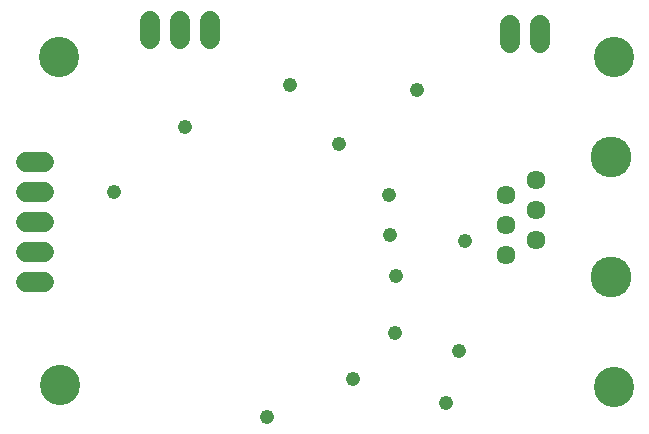
<source format=gbs>
From 18e3b87625ddb739faeddffcaed48e12db6c7e8b Mon Sep 17 00:00:00 2001
From: Hamilton Kibbe <hamilton.kibbe@gmail.com>
Date: Sun, 19 Oct 2014 22:23:00 -0400
Subject: Test update

---
 gerber/tests/resources/bottom_mask.GBS | 66 ++++++++++++++++++++++++++++++++++
 1 file changed, 66 insertions(+)
 create mode 100644 gerber/tests/resources/bottom_mask.GBS

(limited to 'gerber/tests/resources/bottom_mask.GBS')

diff --git a/gerber/tests/resources/bottom_mask.GBS b/gerber/tests/resources/bottom_mask.GBS
new file mode 100644
index 0000000..b06654f
--- /dev/null
+++ b/gerber/tests/resources/bottom_mask.GBS
@@ -0,0 +1,66 @@
+G75*
+%MOIN*%
+%OFA0B0*%
+%FSLAX24Y24*%
+%IPPOS*%
+%LPD*%
+%AMOC8*
+5,1,8,0,0,1.08239X$1,22.5*
+%
+%ADD10C,0.0634*%
+%ADD11C,0.1360*%
+%ADD12C,0.0680*%
+%ADD13C,0.1340*%
+%ADD14C,0.0476*%
+D10*
+X017200Y009464D03*
+X018200Y009964D03*
+X018200Y010964D03*
+X017200Y010464D03*
+X017200Y011464D03*
+X018200Y011964D03*
+D11*
+X020700Y012714D03*
+X020700Y008714D03*
+D12*
+X018350Y016514D02*
+X018350Y017114D01*
+X017350Y017114D02*
+X017350Y016514D01*
+X007350Y016664D02*
+X007350Y017264D01*
+X006350Y017264D02*
+X006350Y016664D01*
+X005350Y016664D02*
+X005350Y017264D01*
+X001800Y012564D02*
+X001200Y012564D01*
+X001200Y011564D02*
+X001800Y011564D01*
+X001800Y010564D02*
+X001200Y010564D01*
+X001200Y009564D02*
+X001800Y009564D01*
+X001800Y008564D02*
+X001200Y008564D01*
+D13*
+X002350Y005114D03*
+X002300Y016064D03*
+X020800Y016064D03*
+X020800Y005064D03*
+D14*
+X015650Y006264D03*
+X013500Y006864D03*
+X012100Y005314D03*
+X009250Y004064D03*
+X015200Y004514D03*
+X013550Y008764D03*
+X013350Y010114D03*
+X013300Y011464D03*
+X011650Y013164D03*
+X010000Y015114D03*
+X006500Y013714D03*
+X004150Y011564D03*
+X014250Y014964D03*
+X015850Y009914D03*
+M02*
-- 
cgit 


</source>
